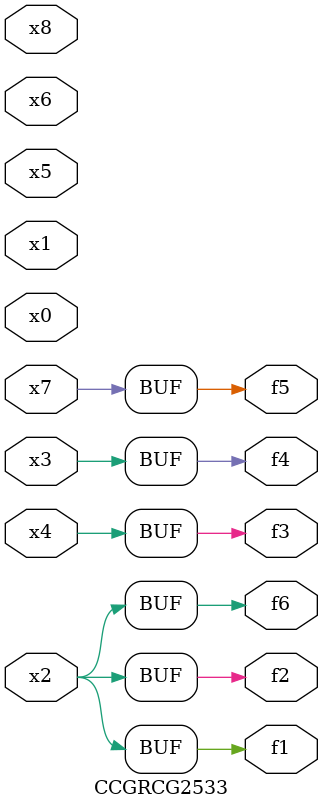
<source format=v>
module CCGRCG2533(
	input x0, x1, x2, x3, x4, x5, x6, x7, x8,
	output f1, f2, f3, f4, f5, f6
);
	assign f1 = x2;
	assign f2 = x2;
	assign f3 = x4;
	assign f4 = x3;
	assign f5 = x7;
	assign f6 = x2;
endmodule

</source>
